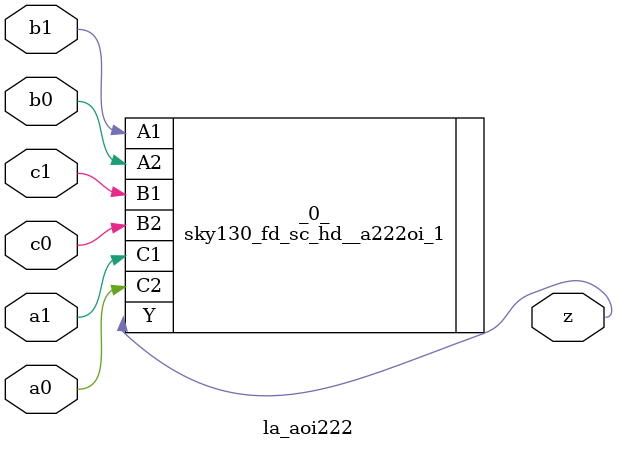
<source format=v>

/* Generated by Yosys 0.44 (git sha1 80ba43d26, g++ 11.4.0-1ubuntu1~22.04 -fPIC -O3) */

(* top =  1  *)
(* src = "inputs/la_aoi222.v:10.1-24.10" *)
module la_aoi222 (
    a0,
    a1,
    b0,
    b1,
    c0,
    c1,
    z
);
  (* src = "inputs/la_aoi222.v:13.12-13.14" *)
  input a0;
  wire a0;
  (* src = "inputs/la_aoi222.v:14.12-14.14" *)
  input a1;
  wire a1;
  (* src = "inputs/la_aoi222.v:15.12-15.14" *)
  input b0;
  wire b0;
  (* src = "inputs/la_aoi222.v:16.12-16.14" *)
  input b1;
  wire b1;
  (* src = "inputs/la_aoi222.v:17.12-17.14" *)
  input c0;
  wire c0;
  (* src = "inputs/la_aoi222.v:18.12-18.14" *)
  input c1;
  wire c1;
  (* src = "inputs/la_aoi222.v:19.12-19.13" *)
  output z;
  wire z;
  sky130_fd_sc_hd__a222oi_1 _0_ (
      .A1(b1),
      .A2(b0),
      .B1(c1),
      .B2(c0),
      .C1(a1),
      .C2(a0),
      .Y (z)
  );
endmodule

</source>
